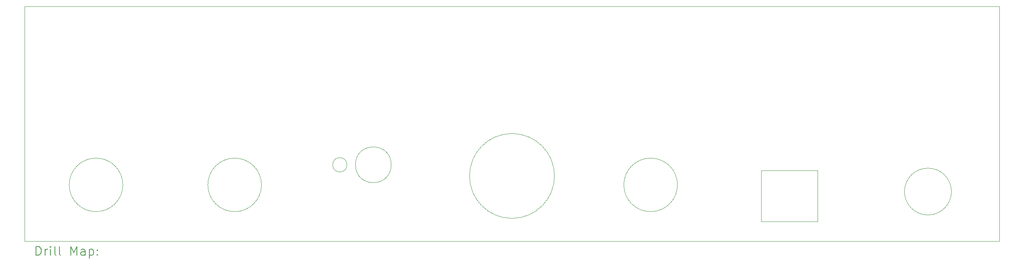
<source format=gbr>
%TF.GenerationSoftware,KiCad,Pcbnew,8.0.3*%
%TF.CreationDate,2024-06-19T23:52:18+02:00*%
%TF.ProjectId,PT-10 Rear,50542d31-3020-4526-9561-722e6b696361,rev?*%
%TF.SameCoordinates,Original*%
%TF.FileFunction,Drillmap*%
%TF.FilePolarity,Positive*%
%FSLAX45Y45*%
G04 Gerber Fmt 4.5, Leading zero omitted, Abs format (unit mm)*
G04 Created by KiCad (PCBNEW 8.0.3) date 2024-06-19 23:52:18*
%MOMM*%
%LPD*%
G01*
G04 APERTURE LIST*
%ADD10C,0.100000*%
%ADD11C,0.200000*%
G04 APERTURE END LIST*
D10*
X16259500Y-10775250D02*
G75*
G02*
X14359500Y-10775250I-950000J0D01*
G01*
X14359500Y-10775250D02*
G75*
G02*
X16259500Y-10775250I950000J0D01*
G01*
X20877000Y-11800250D02*
X20877000Y-10650250D01*
X26206000Y-12235250D02*
X4413000Y-12235250D01*
X20877000Y-10650250D02*
X22142000Y-10650250D01*
X4413000Y-12235250D02*
X4413000Y-6977250D01*
X26206000Y-6977250D02*
X26206000Y-12235250D01*
X19009500Y-10975250D02*
G75*
G02*
X17809500Y-10975250I-600000J0D01*
G01*
X17809500Y-10975250D02*
G75*
G02*
X19009500Y-10975250I600000J0D01*
G01*
X4413000Y-6977250D02*
X26206000Y-6977250D01*
X9709500Y-10975250D02*
G75*
G02*
X8509500Y-10975250I-600000J0D01*
G01*
X8509500Y-10975250D02*
G75*
G02*
X9709500Y-10975250I600000J0D01*
G01*
X25134500Y-11125250D02*
G75*
G02*
X24084500Y-11125250I-525000J0D01*
G01*
X24084500Y-11125250D02*
G75*
G02*
X25134500Y-11125250I525000J0D01*
G01*
X22142000Y-11800250D02*
X20877000Y-11800250D01*
X6609500Y-10975250D02*
G75*
G02*
X5409500Y-10975250I-600000J0D01*
G01*
X5409500Y-10975250D02*
G75*
G02*
X6609500Y-10975250I600000J0D01*
G01*
X12609500Y-10525250D02*
G75*
G02*
X11809500Y-10525250I-400000J0D01*
G01*
X11809500Y-10525250D02*
G75*
G02*
X12609500Y-10525250I400000J0D01*
G01*
X22142000Y-10650250D02*
X22142000Y-11800250D01*
X11619500Y-10525250D02*
G75*
G02*
X11299500Y-10525250I-160000J0D01*
G01*
X11299500Y-10525250D02*
G75*
G02*
X11619500Y-10525250I160000J0D01*
G01*
D11*
X4668777Y-12551734D02*
X4668777Y-12351734D01*
X4668777Y-12351734D02*
X4716396Y-12351734D01*
X4716396Y-12351734D02*
X4744967Y-12361258D01*
X4744967Y-12361258D02*
X4764015Y-12380305D01*
X4764015Y-12380305D02*
X4773539Y-12399353D01*
X4773539Y-12399353D02*
X4783063Y-12437448D01*
X4783063Y-12437448D02*
X4783063Y-12466019D01*
X4783063Y-12466019D02*
X4773539Y-12504115D01*
X4773539Y-12504115D02*
X4764015Y-12523162D01*
X4764015Y-12523162D02*
X4744967Y-12542210D01*
X4744967Y-12542210D02*
X4716396Y-12551734D01*
X4716396Y-12551734D02*
X4668777Y-12551734D01*
X4868777Y-12551734D02*
X4868777Y-12418400D01*
X4868777Y-12456496D02*
X4878301Y-12437448D01*
X4878301Y-12437448D02*
X4887824Y-12427924D01*
X4887824Y-12427924D02*
X4906872Y-12418400D01*
X4906872Y-12418400D02*
X4925920Y-12418400D01*
X4992586Y-12551734D02*
X4992586Y-12418400D01*
X4992586Y-12351734D02*
X4983063Y-12361258D01*
X4983063Y-12361258D02*
X4992586Y-12370781D01*
X4992586Y-12370781D02*
X5002110Y-12361258D01*
X5002110Y-12361258D02*
X4992586Y-12351734D01*
X4992586Y-12351734D02*
X4992586Y-12370781D01*
X5116396Y-12551734D02*
X5097348Y-12542210D01*
X5097348Y-12542210D02*
X5087824Y-12523162D01*
X5087824Y-12523162D02*
X5087824Y-12351734D01*
X5221158Y-12551734D02*
X5202110Y-12542210D01*
X5202110Y-12542210D02*
X5192586Y-12523162D01*
X5192586Y-12523162D02*
X5192586Y-12351734D01*
X5449729Y-12551734D02*
X5449729Y-12351734D01*
X5449729Y-12351734D02*
X5516396Y-12494591D01*
X5516396Y-12494591D02*
X5583063Y-12351734D01*
X5583063Y-12351734D02*
X5583063Y-12551734D01*
X5764015Y-12551734D02*
X5764015Y-12446972D01*
X5764015Y-12446972D02*
X5754491Y-12427924D01*
X5754491Y-12427924D02*
X5735443Y-12418400D01*
X5735443Y-12418400D02*
X5697348Y-12418400D01*
X5697348Y-12418400D02*
X5678301Y-12427924D01*
X5764015Y-12542210D02*
X5744967Y-12551734D01*
X5744967Y-12551734D02*
X5697348Y-12551734D01*
X5697348Y-12551734D02*
X5678301Y-12542210D01*
X5678301Y-12542210D02*
X5668777Y-12523162D01*
X5668777Y-12523162D02*
X5668777Y-12504115D01*
X5668777Y-12504115D02*
X5678301Y-12485067D01*
X5678301Y-12485067D02*
X5697348Y-12475543D01*
X5697348Y-12475543D02*
X5744967Y-12475543D01*
X5744967Y-12475543D02*
X5764015Y-12466019D01*
X5859253Y-12418400D02*
X5859253Y-12618400D01*
X5859253Y-12427924D02*
X5878301Y-12418400D01*
X5878301Y-12418400D02*
X5916396Y-12418400D01*
X5916396Y-12418400D02*
X5935443Y-12427924D01*
X5935443Y-12427924D02*
X5944967Y-12437448D01*
X5944967Y-12437448D02*
X5954491Y-12456496D01*
X5954491Y-12456496D02*
X5954491Y-12513638D01*
X5954491Y-12513638D02*
X5944967Y-12532686D01*
X5944967Y-12532686D02*
X5935443Y-12542210D01*
X5935443Y-12542210D02*
X5916396Y-12551734D01*
X5916396Y-12551734D02*
X5878301Y-12551734D01*
X5878301Y-12551734D02*
X5859253Y-12542210D01*
X6040205Y-12532686D02*
X6049729Y-12542210D01*
X6049729Y-12542210D02*
X6040205Y-12551734D01*
X6040205Y-12551734D02*
X6030682Y-12542210D01*
X6030682Y-12542210D02*
X6040205Y-12532686D01*
X6040205Y-12532686D02*
X6040205Y-12551734D01*
X6040205Y-12427924D02*
X6049729Y-12437448D01*
X6049729Y-12437448D02*
X6040205Y-12446972D01*
X6040205Y-12446972D02*
X6030682Y-12437448D01*
X6030682Y-12437448D02*
X6040205Y-12427924D01*
X6040205Y-12427924D02*
X6040205Y-12446972D01*
M02*

</source>
